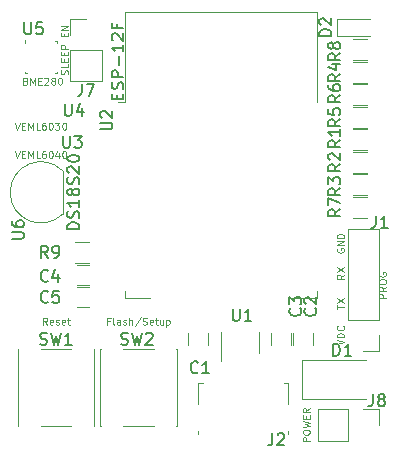
<source format=gbr>
G04 #@! TF.GenerationSoftware,KiCad,Pcbnew,(5.1.0)-1*
G04 #@! TF.CreationDate,2019-04-05T20:07:07+02:00*
G04 #@! TF.ProjectId,WiFi Environment Sensor Node,57694669-2045-46e7-9669-726f6e6d656e,rev?*
G04 #@! TF.SameCoordinates,Original*
G04 #@! TF.FileFunction,Legend,Top*
G04 #@! TF.FilePolarity,Positive*
%FSLAX46Y46*%
G04 Gerber Fmt 4.6, Leading zero omitted, Abs format (unit mm)*
G04 Created by KiCad (PCBNEW (5.1.0)-1) date 2019-04-05 20:07:07*
%MOMM*%
%LPD*%
G04 APERTURE LIST*
%ADD10C,0.100000*%
%ADD11C,0.120000*%
%ADD12C,0.150000*%
G04 APERTURE END LIST*
D10*
X140670000Y-100025142D02*
X140641428Y-100082285D01*
X140641428Y-100168000D01*
X140670000Y-100253714D01*
X140727142Y-100310857D01*
X140784285Y-100339428D01*
X140898571Y-100368000D01*
X140984285Y-100368000D01*
X141098571Y-100339428D01*
X141155714Y-100310857D01*
X141212857Y-100253714D01*
X141241428Y-100168000D01*
X141241428Y-100110857D01*
X141212857Y-100025142D01*
X141184285Y-99996571D01*
X140984285Y-99996571D01*
X140984285Y-100110857D01*
X141241428Y-99739428D02*
X140641428Y-99739428D01*
X141241428Y-99396571D01*
X140641428Y-99396571D01*
X141241428Y-99110857D02*
X140641428Y-99110857D01*
X140641428Y-98968000D01*
X140670000Y-98882285D01*
X140727142Y-98825142D01*
X140784285Y-98796571D01*
X140898571Y-98768000D01*
X140984285Y-98768000D01*
X141098571Y-98796571D01*
X141155714Y-98825142D01*
X141212857Y-98882285D01*
X141241428Y-98968000D01*
X141241428Y-99110857D01*
X140641428Y-108115000D02*
X141241428Y-107915000D01*
X140641428Y-107715000D01*
X141241428Y-107515000D02*
X140641428Y-107515000D01*
X140641428Y-107372142D01*
X140670000Y-107286428D01*
X140727142Y-107229285D01*
X140784285Y-107200714D01*
X140898571Y-107172142D01*
X140984285Y-107172142D01*
X141098571Y-107200714D01*
X141155714Y-107229285D01*
X141212857Y-107286428D01*
X141241428Y-107372142D01*
X141241428Y-107515000D01*
X141184285Y-106572142D02*
X141212857Y-106600714D01*
X141241428Y-106686428D01*
X141241428Y-106743571D01*
X141212857Y-106829285D01*
X141155714Y-106886428D01*
X141098571Y-106915000D01*
X140984285Y-106943571D01*
X140898571Y-106943571D01*
X140784285Y-106915000D01*
X140727142Y-106886428D01*
X140670000Y-106829285D01*
X140641428Y-106743571D01*
X140641428Y-106686428D01*
X140670000Y-106600714D01*
X140698571Y-106572142D01*
X141241428Y-102208000D02*
X140955714Y-102408000D01*
X141241428Y-102550857D02*
X140641428Y-102550857D01*
X140641428Y-102322285D01*
X140670000Y-102265142D01*
X140698571Y-102236571D01*
X140755714Y-102208000D01*
X140841428Y-102208000D01*
X140898571Y-102236571D01*
X140927142Y-102265142D01*
X140955714Y-102322285D01*
X140955714Y-102550857D01*
X140641428Y-102008000D02*
X141241428Y-101608000D01*
X140641428Y-101608000D02*
X141241428Y-102008000D01*
X140641428Y-105105142D02*
X140641428Y-104762285D01*
X141241428Y-104933714D02*
X140641428Y-104933714D01*
X140641428Y-104619428D02*
X141241428Y-104219428D01*
X140641428Y-104219428D02*
X141241428Y-104619428D01*
D11*
X135040000Y-107180000D02*
X135040000Y-108180000D01*
X136740000Y-108180000D02*
X136740000Y-107180000D01*
D10*
X114220000Y-82620000D02*
X114220000Y-82370000D01*
X116920000Y-82470000D02*
X116920000Y-82620000D01*
X116770000Y-82470000D02*
X116920000Y-82470000D01*
X116920000Y-85170000D02*
X116770000Y-85170000D01*
X116920000Y-85170000D02*
X116920000Y-85020000D01*
X114220000Y-85170000D02*
X114220000Y-85020000D01*
X114220000Y-85180000D02*
X114370000Y-85180000D01*
D11*
X122690000Y-87575000D02*
X122080000Y-87575000D01*
X122690000Y-87575000D02*
X122690000Y-79955000D01*
X122690000Y-104195000D02*
X122690000Y-103575000D01*
X124810000Y-104195000D02*
X122690000Y-104195000D01*
X138930000Y-104195000D02*
X136810000Y-104195000D01*
X138930000Y-103575000D02*
X138930000Y-104195000D01*
X138930000Y-79955000D02*
X138930000Y-87575000D01*
X122690000Y-79955000D02*
X138930000Y-79955000D01*
X118050000Y-85785000D02*
X120710000Y-85785000D01*
X118050000Y-83185000D02*
X118050000Y-85785000D01*
X120710000Y-83185000D02*
X120710000Y-85785000D01*
X118050000Y-83185000D02*
X120710000Y-83185000D01*
X118050000Y-81915000D02*
X118050000Y-80585000D01*
X118050000Y-80585000D02*
X119380000Y-80585000D01*
X128905000Y-115700000D02*
X128905000Y-115440000D01*
X128905000Y-113160000D02*
X128905000Y-111390000D01*
X128905000Y-111390000D02*
X129285000Y-111390000D01*
X136525000Y-111390000D02*
X136525000Y-113160000D01*
X136525000Y-115440000D02*
X136525000Y-115700000D01*
X136525000Y-111390000D02*
X136145000Y-111390000D01*
X130785000Y-107050000D02*
X130785000Y-109500000D01*
X134005000Y-108850000D02*
X134005000Y-107050000D01*
X117408478Y-93411522D02*
G75*
G03X112970000Y-95250000I-1838478J-1838478D01*
G01*
X117408478Y-97088478D02*
G75*
G02X112970000Y-95250000I-1838478J1838478D01*
G01*
X117420000Y-97050000D02*
X117420000Y-93450000D01*
X144205000Y-113605000D02*
X144205000Y-114935000D01*
X142875000Y-113605000D02*
X144205000Y-113605000D01*
X141605000Y-113605000D02*
X141605000Y-116265000D01*
X141605000Y-116265000D02*
X139005000Y-116265000D01*
X141605000Y-113605000D02*
X139005000Y-113605000D01*
X139005000Y-113605000D02*
X139005000Y-116265000D01*
X129755000Y-108180000D02*
X129755000Y-107180000D01*
X128055000Y-107180000D02*
X128055000Y-108180000D01*
X136945000Y-107180000D02*
X136945000Y-108180000D01*
X138645000Y-108180000D02*
X138645000Y-107180000D01*
X119610000Y-101385000D02*
X118610000Y-101385000D01*
X118610000Y-103085000D02*
X119610000Y-103085000D01*
X118610000Y-104990000D02*
X119610000Y-104990000D01*
X119610000Y-103290000D02*
X118610000Y-103290000D01*
X137665000Y-109475000D02*
X143065000Y-109475000D01*
X137665000Y-112775000D02*
X143065000Y-112775000D01*
X137665000Y-109475000D02*
X137665000Y-112775000D01*
X140610000Y-80580000D02*
X143410000Y-80580000D01*
X140610000Y-81980000D02*
X143410000Y-81980000D01*
X140610000Y-80580000D02*
X140610000Y-81980000D01*
X141955000Y-89925000D02*
X143155000Y-89925000D01*
X143155000Y-91685000D02*
X141955000Y-91685000D01*
X141955000Y-91830000D02*
X143155000Y-91830000D01*
X143155000Y-93590000D02*
X141955000Y-93590000D01*
X141955000Y-93735000D02*
X143155000Y-93735000D01*
X143155000Y-95495000D02*
X141955000Y-95495000D01*
X143160000Y-85970000D02*
X141960000Y-85970000D01*
X141960000Y-84210000D02*
X143160000Y-84210000D01*
X141960000Y-88020000D02*
X143160000Y-88020000D01*
X143160000Y-89780000D02*
X141960000Y-89780000D01*
X143160000Y-87875000D02*
X141960000Y-87875000D01*
X141960000Y-86115000D02*
X143160000Y-86115000D01*
X141955000Y-95640000D02*
X143155000Y-95640000D01*
X143155000Y-97400000D02*
X141955000Y-97400000D01*
X143160000Y-84065000D02*
X141960000Y-84065000D01*
X141960000Y-82305000D02*
X143160000Y-82305000D01*
X119660000Y-101210000D02*
X118460000Y-101210000D01*
X118460000Y-99450000D02*
X119660000Y-99450000D01*
X120070000Y-114990000D02*
X120070000Y-108530000D01*
X115540000Y-114990000D02*
X118140000Y-114990000D01*
X113610000Y-114990000D02*
X113610000Y-108530000D01*
X115540000Y-108530000D02*
X118140000Y-108530000D01*
X113640000Y-114990000D02*
X113610000Y-114990000D01*
X120070000Y-114990000D02*
X120040000Y-114990000D01*
X120070000Y-108530000D02*
X120040000Y-108530000D01*
X113610000Y-108530000D02*
X113640000Y-108530000D01*
X127055000Y-114990000D02*
X127025000Y-114990000D01*
X120595000Y-114990000D02*
X120625000Y-114990000D01*
X120595000Y-108530000D02*
X120625000Y-108530000D01*
X127025000Y-108530000D02*
X127055000Y-108530000D01*
X125125000Y-114990000D02*
X122525000Y-114990000D01*
X127055000Y-108530000D02*
X127055000Y-114990000D01*
X125125000Y-108530000D02*
X122525000Y-108530000D01*
X120595000Y-108530000D02*
X120595000Y-114990000D01*
X144205000Y-108645000D02*
X142875000Y-108645000D01*
X144205000Y-107315000D02*
X144205000Y-108645000D01*
X144205000Y-106045000D02*
X141545000Y-106045000D01*
X141545000Y-106045000D02*
X141545000Y-98365000D01*
X144205000Y-106045000D02*
X144205000Y-98365000D01*
X144205000Y-98365000D02*
X141545000Y-98365000D01*
D12*
X137517142Y-105068666D02*
X137564761Y-105116285D01*
X137612380Y-105259142D01*
X137612380Y-105354380D01*
X137564761Y-105497238D01*
X137469523Y-105592476D01*
X137374285Y-105640095D01*
X137183809Y-105687714D01*
X137040952Y-105687714D01*
X136850476Y-105640095D01*
X136755238Y-105592476D01*
X136660000Y-105497238D01*
X136612380Y-105354380D01*
X136612380Y-105259142D01*
X136660000Y-105116285D01*
X136707619Y-105068666D01*
X136612380Y-104735333D02*
X136612380Y-104116285D01*
X136993333Y-104449619D01*
X136993333Y-104306761D01*
X137040952Y-104211523D01*
X137088571Y-104163904D01*
X137183809Y-104116285D01*
X137421904Y-104116285D01*
X137517142Y-104163904D01*
X137564761Y-104211523D01*
X137612380Y-104306761D01*
X137612380Y-104592476D01*
X137564761Y-104687714D01*
X137517142Y-104735333D01*
X114173095Y-80859380D02*
X114173095Y-81668904D01*
X114220714Y-81764142D01*
X114268333Y-81811761D01*
X114363571Y-81859380D01*
X114554047Y-81859380D01*
X114649285Y-81811761D01*
X114696904Y-81764142D01*
X114744523Y-81668904D01*
X114744523Y-80859380D01*
X115696904Y-80859380D02*
X115220714Y-80859380D01*
X115173095Y-81335571D01*
X115220714Y-81287952D01*
X115315952Y-81240333D01*
X115554047Y-81240333D01*
X115649285Y-81287952D01*
X115696904Y-81335571D01*
X115744523Y-81430809D01*
X115744523Y-81668904D01*
X115696904Y-81764142D01*
X115649285Y-81811761D01*
X115554047Y-81859380D01*
X115315952Y-81859380D01*
X115220714Y-81811761D01*
X115173095Y-81764142D01*
D10*
X114268428Y-85809142D02*
X114354142Y-85837714D01*
X114382714Y-85866285D01*
X114411285Y-85923428D01*
X114411285Y-86009142D01*
X114382714Y-86066285D01*
X114354142Y-86094857D01*
X114297000Y-86123428D01*
X114068428Y-86123428D01*
X114068428Y-85523428D01*
X114268428Y-85523428D01*
X114325571Y-85552000D01*
X114354142Y-85580571D01*
X114382714Y-85637714D01*
X114382714Y-85694857D01*
X114354142Y-85752000D01*
X114325571Y-85780571D01*
X114268428Y-85809142D01*
X114068428Y-85809142D01*
X114668428Y-86123428D02*
X114668428Y-85523428D01*
X114868428Y-85952000D01*
X115068428Y-85523428D01*
X115068428Y-86123428D01*
X115354142Y-85809142D02*
X115554142Y-85809142D01*
X115639857Y-86123428D02*
X115354142Y-86123428D01*
X115354142Y-85523428D01*
X115639857Y-85523428D01*
X115868428Y-85580571D02*
X115897000Y-85552000D01*
X115954142Y-85523428D01*
X116097000Y-85523428D01*
X116154142Y-85552000D01*
X116182714Y-85580571D01*
X116211285Y-85637714D01*
X116211285Y-85694857D01*
X116182714Y-85780571D01*
X115839857Y-86123428D01*
X116211285Y-86123428D01*
X116554142Y-85780571D02*
X116497000Y-85752000D01*
X116468428Y-85723428D01*
X116439857Y-85666285D01*
X116439857Y-85637714D01*
X116468428Y-85580571D01*
X116497000Y-85552000D01*
X116554142Y-85523428D01*
X116668428Y-85523428D01*
X116725571Y-85552000D01*
X116754142Y-85580571D01*
X116782714Y-85637714D01*
X116782714Y-85666285D01*
X116754142Y-85723428D01*
X116725571Y-85752000D01*
X116668428Y-85780571D01*
X116554142Y-85780571D01*
X116497000Y-85809142D01*
X116468428Y-85837714D01*
X116439857Y-85894857D01*
X116439857Y-86009142D01*
X116468428Y-86066285D01*
X116497000Y-86094857D01*
X116554142Y-86123428D01*
X116668428Y-86123428D01*
X116725571Y-86094857D01*
X116754142Y-86066285D01*
X116782714Y-86009142D01*
X116782714Y-85894857D01*
X116754142Y-85837714D01*
X116725571Y-85809142D01*
X116668428Y-85780571D01*
X117154142Y-85523428D02*
X117211285Y-85523428D01*
X117268428Y-85552000D01*
X117297000Y-85580571D01*
X117325571Y-85637714D01*
X117354142Y-85752000D01*
X117354142Y-85894857D01*
X117325571Y-86009142D01*
X117297000Y-86066285D01*
X117268428Y-86094857D01*
X117211285Y-86123428D01*
X117154142Y-86123428D01*
X117097000Y-86094857D01*
X117068428Y-86066285D01*
X117039857Y-86009142D01*
X117011285Y-85894857D01*
X117011285Y-85752000D01*
X117039857Y-85637714D01*
X117068428Y-85580571D01*
X117097000Y-85552000D01*
X117154142Y-85523428D01*
D12*
X117448095Y-90467380D02*
X117448095Y-91276904D01*
X117495714Y-91372142D01*
X117543333Y-91419761D01*
X117638571Y-91467380D01*
X117829047Y-91467380D01*
X117924285Y-91419761D01*
X117971904Y-91372142D01*
X118019523Y-91276904D01*
X118019523Y-90467380D01*
X118400476Y-90467380D02*
X119019523Y-90467380D01*
X118686190Y-90848333D01*
X118829047Y-90848333D01*
X118924285Y-90895952D01*
X118971904Y-90943571D01*
X119019523Y-91038809D01*
X119019523Y-91276904D01*
X118971904Y-91372142D01*
X118924285Y-91419761D01*
X118829047Y-91467380D01*
X118543333Y-91467380D01*
X118448095Y-91419761D01*
X118400476Y-91372142D01*
D10*
X113370000Y-91746428D02*
X113570000Y-92346428D01*
X113770000Y-91746428D01*
X113970000Y-92032142D02*
X114170000Y-92032142D01*
X114255714Y-92346428D02*
X113970000Y-92346428D01*
X113970000Y-91746428D01*
X114255714Y-91746428D01*
X114512857Y-92346428D02*
X114512857Y-91746428D01*
X114712857Y-92175000D01*
X114912857Y-91746428D01*
X114912857Y-92346428D01*
X115484285Y-92346428D02*
X115198571Y-92346428D01*
X115198571Y-91746428D01*
X115941428Y-91746428D02*
X115827142Y-91746428D01*
X115770000Y-91775000D01*
X115741428Y-91803571D01*
X115684285Y-91889285D01*
X115655714Y-92003571D01*
X115655714Y-92232142D01*
X115684285Y-92289285D01*
X115712857Y-92317857D01*
X115770000Y-92346428D01*
X115884285Y-92346428D01*
X115941428Y-92317857D01*
X115970000Y-92289285D01*
X115998571Y-92232142D01*
X115998571Y-92089285D01*
X115970000Y-92032142D01*
X115941428Y-92003571D01*
X115884285Y-91975000D01*
X115770000Y-91975000D01*
X115712857Y-92003571D01*
X115684285Y-92032142D01*
X115655714Y-92089285D01*
X116370000Y-91746428D02*
X116427142Y-91746428D01*
X116484285Y-91775000D01*
X116512857Y-91803571D01*
X116541428Y-91860714D01*
X116570000Y-91975000D01*
X116570000Y-92117857D01*
X116541428Y-92232142D01*
X116512857Y-92289285D01*
X116484285Y-92317857D01*
X116427142Y-92346428D01*
X116370000Y-92346428D01*
X116312857Y-92317857D01*
X116284285Y-92289285D01*
X116255714Y-92232142D01*
X116227142Y-92117857D01*
X116227142Y-91975000D01*
X116255714Y-91860714D01*
X116284285Y-91803571D01*
X116312857Y-91775000D01*
X116370000Y-91746428D01*
X117084285Y-91946428D02*
X117084285Y-92346428D01*
X116941428Y-91717857D02*
X116798571Y-92146428D01*
X117170000Y-92146428D01*
X117512857Y-91746428D02*
X117570000Y-91746428D01*
X117627142Y-91775000D01*
X117655714Y-91803571D01*
X117684285Y-91860714D01*
X117712857Y-91975000D01*
X117712857Y-92117857D01*
X117684285Y-92232142D01*
X117655714Y-92289285D01*
X117627142Y-92317857D01*
X117570000Y-92346428D01*
X117512857Y-92346428D01*
X117455714Y-92317857D01*
X117427142Y-92289285D01*
X117398571Y-92232142D01*
X117370000Y-92117857D01*
X117370000Y-91975000D01*
X117398571Y-91860714D01*
X117427142Y-91803571D01*
X117455714Y-91775000D01*
X117512857Y-91746428D01*
D12*
X117602095Y-87752380D02*
X117602095Y-88561904D01*
X117649714Y-88657142D01*
X117697333Y-88704761D01*
X117792571Y-88752380D01*
X117983047Y-88752380D01*
X118078285Y-88704761D01*
X118125904Y-88657142D01*
X118173523Y-88561904D01*
X118173523Y-87752380D01*
X119078285Y-88085714D02*
X119078285Y-88752380D01*
X118840190Y-87704761D02*
X118602095Y-88419047D01*
X119221142Y-88419047D01*
D10*
X113370000Y-89333428D02*
X113570000Y-89933428D01*
X113770000Y-89333428D01*
X113970000Y-89619142D02*
X114170000Y-89619142D01*
X114255714Y-89933428D02*
X113970000Y-89933428D01*
X113970000Y-89333428D01*
X114255714Y-89333428D01*
X114512857Y-89933428D02*
X114512857Y-89333428D01*
X114712857Y-89762000D01*
X114912857Y-89333428D01*
X114912857Y-89933428D01*
X115484285Y-89933428D02*
X115198571Y-89933428D01*
X115198571Y-89333428D01*
X115941428Y-89333428D02*
X115827142Y-89333428D01*
X115770000Y-89362000D01*
X115741428Y-89390571D01*
X115684285Y-89476285D01*
X115655714Y-89590571D01*
X115655714Y-89819142D01*
X115684285Y-89876285D01*
X115712857Y-89904857D01*
X115770000Y-89933428D01*
X115884285Y-89933428D01*
X115941428Y-89904857D01*
X115970000Y-89876285D01*
X115998571Y-89819142D01*
X115998571Y-89676285D01*
X115970000Y-89619142D01*
X115941428Y-89590571D01*
X115884285Y-89562000D01*
X115770000Y-89562000D01*
X115712857Y-89590571D01*
X115684285Y-89619142D01*
X115655714Y-89676285D01*
X116370000Y-89333428D02*
X116427142Y-89333428D01*
X116484285Y-89362000D01*
X116512857Y-89390571D01*
X116541428Y-89447714D01*
X116570000Y-89562000D01*
X116570000Y-89704857D01*
X116541428Y-89819142D01*
X116512857Y-89876285D01*
X116484285Y-89904857D01*
X116427142Y-89933428D01*
X116370000Y-89933428D01*
X116312857Y-89904857D01*
X116284285Y-89876285D01*
X116255714Y-89819142D01*
X116227142Y-89704857D01*
X116227142Y-89562000D01*
X116255714Y-89447714D01*
X116284285Y-89390571D01*
X116312857Y-89362000D01*
X116370000Y-89333428D01*
X116770000Y-89333428D02*
X117141428Y-89333428D01*
X116941428Y-89562000D01*
X117027142Y-89562000D01*
X117084285Y-89590571D01*
X117112857Y-89619142D01*
X117141428Y-89676285D01*
X117141428Y-89819142D01*
X117112857Y-89876285D01*
X117084285Y-89904857D01*
X117027142Y-89933428D01*
X116855714Y-89933428D01*
X116798571Y-89904857D01*
X116770000Y-89876285D01*
X117512857Y-89333428D02*
X117570000Y-89333428D01*
X117627142Y-89362000D01*
X117655714Y-89390571D01*
X117684285Y-89447714D01*
X117712857Y-89562000D01*
X117712857Y-89704857D01*
X117684285Y-89819142D01*
X117655714Y-89876285D01*
X117627142Y-89904857D01*
X117570000Y-89933428D01*
X117512857Y-89933428D01*
X117455714Y-89904857D01*
X117427142Y-89876285D01*
X117398571Y-89819142D01*
X117370000Y-89704857D01*
X117370000Y-89562000D01*
X117398571Y-89447714D01*
X117427142Y-89390571D01*
X117455714Y-89362000D01*
X117512857Y-89333428D01*
D12*
X120610380Y-89915904D02*
X121419904Y-89915904D01*
X121515142Y-89868285D01*
X121562761Y-89820666D01*
X121610380Y-89725428D01*
X121610380Y-89534952D01*
X121562761Y-89439714D01*
X121515142Y-89392095D01*
X121419904Y-89344476D01*
X120610380Y-89344476D01*
X120705619Y-88915904D02*
X120658000Y-88868285D01*
X120610380Y-88773047D01*
X120610380Y-88534952D01*
X120658000Y-88439714D01*
X120705619Y-88392095D01*
X120800857Y-88344476D01*
X120896095Y-88344476D01*
X121038952Y-88392095D01*
X121610380Y-88963523D01*
X121610380Y-88344476D01*
X122023571Y-87355476D02*
X122023571Y-87022142D01*
X122547380Y-86879285D02*
X122547380Y-87355476D01*
X121547380Y-87355476D01*
X121547380Y-86879285D01*
X122499761Y-86498333D02*
X122547380Y-86355476D01*
X122547380Y-86117380D01*
X122499761Y-86022142D01*
X122452142Y-85974523D01*
X122356904Y-85926904D01*
X122261666Y-85926904D01*
X122166428Y-85974523D01*
X122118809Y-86022142D01*
X122071190Y-86117380D01*
X122023571Y-86307857D01*
X121975952Y-86403095D01*
X121928333Y-86450714D01*
X121833095Y-86498333D01*
X121737857Y-86498333D01*
X121642619Y-86450714D01*
X121595000Y-86403095D01*
X121547380Y-86307857D01*
X121547380Y-86069761D01*
X121595000Y-85926904D01*
X122547380Y-85498333D02*
X121547380Y-85498333D01*
X121547380Y-85117380D01*
X121595000Y-85022142D01*
X121642619Y-84974523D01*
X121737857Y-84926904D01*
X121880714Y-84926904D01*
X121975952Y-84974523D01*
X122023571Y-85022142D01*
X122071190Y-85117380D01*
X122071190Y-85498333D01*
X122166428Y-84498333D02*
X122166428Y-83736428D01*
X122547380Y-82736428D02*
X122547380Y-83307857D01*
X122547380Y-83022142D02*
X121547380Y-83022142D01*
X121690238Y-83117380D01*
X121785476Y-83212619D01*
X121833095Y-83307857D01*
X121642619Y-82355476D02*
X121595000Y-82307857D01*
X121547380Y-82212619D01*
X121547380Y-81974523D01*
X121595000Y-81879285D01*
X121642619Y-81831666D01*
X121737857Y-81784047D01*
X121833095Y-81784047D01*
X121975952Y-81831666D01*
X122547380Y-82403095D01*
X122547380Y-81784047D01*
X122023571Y-81022142D02*
X122023571Y-81355476D01*
X122547380Y-81355476D02*
X121547380Y-81355476D01*
X121547380Y-80879285D01*
X119051666Y-86067380D02*
X119051666Y-86781666D01*
X119004047Y-86924523D01*
X118908809Y-87019761D01*
X118765952Y-87067380D01*
X118670714Y-87067380D01*
X119432619Y-86067380D02*
X120099285Y-86067380D01*
X119670714Y-87067380D01*
D10*
X117844857Y-85256428D02*
X117873428Y-85170714D01*
X117873428Y-85027857D01*
X117844857Y-84970714D01*
X117816285Y-84942142D01*
X117759142Y-84913571D01*
X117702000Y-84913571D01*
X117644857Y-84942142D01*
X117616285Y-84970714D01*
X117587714Y-85027857D01*
X117559142Y-85142142D01*
X117530571Y-85199285D01*
X117502000Y-85227857D01*
X117444857Y-85256428D01*
X117387714Y-85256428D01*
X117330571Y-85227857D01*
X117302000Y-85199285D01*
X117273428Y-85142142D01*
X117273428Y-84999285D01*
X117302000Y-84913571D01*
X117873428Y-84370714D02*
X117873428Y-84656428D01*
X117273428Y-84656428D01*
X117559142Y-84170714D02*
X117559142Y-83970714D01*
X117873428Y-83885000D02*
X117873428Y-84170714D01*
X117273428Y-84170714D01*
X117273428Y-83885000D01*
X117559142Y-83627857D02*
X117559142Y-83427857D01*
X117873428Y-83342142D02*
X117873428Y-83627857D01*
X117273428Y-83627857D01*
X117273428Y-83342142D01*
X117873428Y-83085000D02*
X117273428Y-83085000D01*
X117273428Y-82856428D01*
X117302000Y-82799285D01*
X117330571Y-82770714D01*
X117387714Y-82742142D01*
X117473428Y-82742142D01*
X117530571Y-82770714D01*
X117559142Y-82799285D01*
X117587714Y-82856428D01*
X117587714Y-83085000D01*
X117559142Y-82027857D02*
X117559142Y-81827857D01*
X117873428Y-81742142D02*
X117873428Y-82027857D01*
X117273428Y-82027857D01*
X117273428Y-81742142D01*
X117873428Y-81485000D02*
X117273428Y-81485000D01*
X117873428Y-81142142D01*
X117273428Y-81142142D01*
D12*
X135175666Y-115657380D02*
X135175666Y-116371666D01*
X135128047Y-116514523D01*
X135032809Y-116609761D01*
X134889952Y-116657380D01*
X134794714Y-116657380D01*
X135604238Y-115752619D02*
X135651857Y-115705000D01*
X135747095Y-115657380D01*
X135985190Y-115657380D01*
X136080428Y-115705000D01*
X136128047Y-115752619D01*
X136175666Y-115847857D01*
X136175666Y-115943095D01*
X136128047Y-116085952D01*
X135556619Y-116657380D01*
X136175666Y-116657380D01*
X131826095Y-105116380D02*
X131826095Y-105925904D01*
X131873714Y-106021142D01*
X131921333Y-106068761D01*
X132016571Y-106116380D01*
X132207047Y-106116380D01*
X132302285Y-106068761D01*
X132349904Y-106021142D01*
X132397523Y-105925904D01*
X132397523Y-105116380D01*
X133397523Y-106116380D02*
X132826095Y-106116380D01*
X133111809Y-106116380D02*
X133111809Y-105116380D01*
X133016571Y-105259238D01*
X132921333Y-105354476D01*
X132826095Y-105402095D01*
X113117380Y-99186904D02*
X113926904Y-99186904D01*
X114022142Y-99139285D01*
X114069761Y-99091666D01*
X114117380Y-98996428D01*
X114117380Y-98805952D01*
X114069761Y-98710714D01*
X114022142Y-98663095D01*
X113926904Y-98615476D01*
X113117380Y-98615476D01*
X113117380Y-97710714D02*
X113117380Y-97901190D01*
X113165000Y-97996428D01*
X113212619Y-98044047D01*
X113355476Y-98139285D01*
X113545952Y-98186904D01*
X113926904Y-98186904D01*
X114022142Y-98139285D01*
X114069761Y-98091666D01*
X114117380Y-97996428D01*
X114117380Y-97805952D01*
X114069761Y-97710714D01*
X114022142Y-97663095D01*
X113926904Y-97615476D01*
X113688809Y-97615476D01*
X113593571Y-97663095D01*
X113545952Y-97710714D01*
X113498333Y-97805952D01*
X113498333Y-97996428D01*
X113545952Y-98091666D01*
X113593571Y-98139285D01*
X113688809Y-98186904D01*
X118812380Y-98369047D02*
X117812380Y-98369047D01*
X117812380Y-98130952D01*
X117860000Y-97988095D01*
X117955238Y-97892857D01*
X118050476Y-97845238D01*
X118240952Y-97797619D01*
X118383809Y-97797619D01*
X118574285Y-97845238D01*
X118669523Y-97892857D01*
X118764761Y-97988095D01*
X118812380Y-98130952D01*
X118812380Y-98369047D01*
X118764761Y-97416666D02*
X118812380Y-97273809D01*
X118812380Y-97035714D01*
X118764761Y-96940476D01*
X118717142Y-96892857D01*
X118621904Y-96845238D01*
X118526666Y-96845238D01*
X118431428Y-96892857D01*
X118383809Y-96940476D01*
X118336190Y-97035714D01*
X118288571Y-97226190D01*
X118240952Y-97321428D01*
X118193333Y-97369047D01*
X118098095Y-97416666D01*
X118002857Y-97416666D01*
X117907619Y-97369047D01*
X117860000Y-97321428D01*
X117812380Y-97226190D01*
X117812380Y-96988095D01*
X117860000Y-96845238D01*
X118812380Y-95892857D02*
X118812380Y-96464285D01*
X118812380Y-96178571D02*
X117812380Y-96178571D01*
X117955238Y-96273809D01*
X118050476Y-96369047D01*
X118098095Y-96464285D01*
X118240952Y-95321428D02*
X118193333Y-95416666D01*
X118145714Y-95464285D01*
X118050476Y-95511904D01*
X118002857Y-95511904D01*
X117907619Y-95464285D01*
X117860000Y-95416666D01*
X117812380Y-95321428D01*
X117812380Y-95130952D01*
X117860000Y-95035714D01*
X117907619Y-94988095D01*
X118002857Y-94940476D01*
X118050476Y-94940476D01*
X118145714Y-94988095D01*
X118193333Y-95035714D01*
X118240952Y-95130952D01*
X118240952Y-95321428D01*
X118288571Y-95416666D01*
X118336190Y-95464285D01*
X118431428Y-95511904D01*
X118621904Y-95511904D01*
X118717142Y-95464285D01*
X118764761Y-95416666D01*
X118812380Y-95321428D01*
X118812380Y-95130952D01*
X118764761Y-95035714D01*
X118717142Y-94988095D01*
X118621904Y-94940476D01*
X118431428Y-94940476D01*
X118336190Y-94988095D01*
X118288571Y-95035714D01*
X118240952Y-95130952D01*
X118764761Y-94559523D02*
X118812380Y-94416666D01*
X118812380Y-94178571D01*
X118764761Y-94083333D01*
X118717142Y-94035714D01*
X118621904Y-93988095D01*
X118526666Y-93988095D01*
X118431428Y-94035714D01*
X118383809Y-94083333D01*
X118336190Y-94178571D01*
X118288571Y-94369047D01*
X118240952Y-94464285D01*
X118193333Y-94511904D01*
X118098095Y-94559523D01*
X118002857Y-94559523D01*
X117907619Y-94511904D01*
X117860000Y-94464285D01*
X117812380Y-94369047D01*
X117812380Y-94130952D01*
X117860000Y-93988095D01*
X117907619Y-93607142D02*
X117860000Y-93559523D01*
X117812380Y-93464285D01*
X117812380Y-93226190D01*
X117860000Y-93130952D01*
X117907619Y-93083333D01*
X118002857Y-93035714D01*
X118098095Y-93035714D01*
X118240952Y-93083333D01*
X118812380Y-93654761D01*
X118812380Y-93035714D01*
X117812380Y-92416666D02*
X117812380Y-92321428D01*
X117860000Y-92226190D01*
X117907619Y-92178571D01*
X118002857Y-92130952D01*
X118193333Y-92083333D01*
X118431428Y-92083333D01*
X118621904Y-92130952D01*
X118717142Y-92178571D01*
X118764761Y-92226190D01*
X118812380Y-92321428D01*
X118812380Y-92416666D01*
X118764761Y-92511904D01*
X118717142Y-92559523D01*
X118621904Y-92607142D01*
X118431428Y-92654761D01*
X118193333Y-92654761D01*
X118002857Y-92607142D01*
X117907619Y-92559523D01*
X117860000Y-92511904D01*
X117812380Y-92416666D01*
X143684666Y-112355380D02*
X143684666Y-113069666D01*
X143637047Y-113212523D01*
X143541809Y-113307761D01*
X143398952Y-113355380D01*
X143303714Y-113355380D01*
X144303714Y-112783952D02*
X144208476Y-112736333D01*
X144160857Y-112688714D01*
X144113238Y-112593476D01*
X144113238Y-112545857D01*
X144160857Y-112450619D01*
X144208476Y-112403000D01*
X144303714Y-112355380D01*
X144494190Y-112355380D01*
X144589428Y-112403000D01*
X144637047Y-112450619D01*
X144684666Y-112545857D01*
X144684666Y-112593476D01*
X144637047Y-112688714D01*
X144589428Y-112736333D01*
X144494190Y-112783952D01*
X144303714Y-112783952D01*
X144208476Y-112831571D01*
X144160857Y-112879190D01*
X144113238Y-112974428D01*
X144113238Y-113164904D01*
X144160857Y-113260142D01*
X144208476Y-113307761D01*
X144303714Y-113355380D01*
X144494190Y-113355380D01*
X144589428Y-113307761D01*
X144637047Y-113260142D01*
X144684666Y-113164904D01*
X144684666Y-112974428D01*
X144637047Y-112879190D01*
X144589428Y-112831571D01*
X144494190Y-112783952D01*
D10*
X138320428Y-116320714D02*
X137720428Y-116320714D01*
X137720428Y-116092142D01*
X137749000Y-116035000D01*
X137777571Y-116006428D01*
X137834714Y-115977857D01*
X137920428Y-115977857D01*
X137977571Y-116006428D01*
X138006142Y-116035000D01*
X138034714Y-116092142D01*
X138034714Y-116320714D01*
X137720428Y-115606428D02*
X137720428Y-115492142D01*
X137749000Y-115435000D01*
X137806142Y-115377857D01*
X137920428Y-115349285D01*
X138120428Y-115349285D01*
X138234714Y-115377857D01*
X138291857Y-115435000D01*
X138320428Y-115492142D01*
X138320428Y-115606428D01*
X138291857Y-115663571D01*
X138234714Y-115720714D01*
X138120428Y-115749285D01*
X137920428Y-115749285D01*
X137806142Y-115720714D01*
X137749000Y-115663571D01*
X137720428Y-115606428D01*
X137720428Y-115149285D02*
X138320428Y-115006428D01*
X137891857Y-114892142D01*
X138320428Y-114777857D01*
X137720428Y-114635000D01*
X138006142Y-114406428D02*
X138006142Y-114206428D01*
X138320428Y-114120714D02*
X138320428Y-114406428D01*
X137720428Y-114406428D01*
X137720428Y-114120714D01*
X138320428Y-113520714D02*
X138034714Y-113720714D01*
X138320428Y-113863571D02*
X137720428Y-113863571D01*
X137720428Y-113635000D01*
X137749000Y-113577857D01*
X137777571Y-113549285D01*
X137834714Y-113520714D01*
X137920428Y-113520714D01*
X137977571Y-113549285D01*
X138006142Y-113577857D01*
X138034714Y-113635000D01*
X138034714Y-113863571D01*
D12*
X128865333Y-110466142D02*
X128817714Y-110513761D01*
X128674857Y-110561380D01*
X128579619Y-110561380D01*
X128436761Y-110513761D01*
X128341523Y-110418523D01*
X128293904Y-110323285D01*
X128246285Y-110132809D01*
X128246285Y-109989952D01*
X128293904Y-109799476D01*
X128341523Y-109704238D01*
X128436761Y-109609000D01*
X128579619Y-109561380D01*
X128674857Y-109561380D01*
X128817714Y-109609000D01*
X128865333Y-109656619D01*
X129817714Y-110561380D02*
X129246285Y-110561380D01*
X129532000Y-110561380D02*
X129532000Y-109561380D01*
X129436761Y-109704238D01*
X129341523Y-109799476D01*
X129246285Y-109847095D01*
X138787142Y-105068666D02*
X138834761Y-105116285D01*
X138882380Y-105259142D01*
X138882380Y-105354380D01*
X138834761Y-105497238D01*
X138739523Y-105592476D01*
X138644285Y-105640095D01*
X138453809Y-105687714D01*
X138310952Y-105687714D01*
X138120476Y-105640095D01*
X138025238Y-105592476D01*
X137930000Y-105497238D01*
X137882380Y-105354380D01*
X137882380Y-105259142D01*
X137930000Y-105116285D01*
X137977619Y-105068666D01*
X137977619Y-104687714D02*
X137930000Y-104640095D01*
X137882380Y-104544857D01*
X137882380Y-104306761D01*
X137930000Y-104211523D01*
X137977619Y-104163904D01*
X138072857Y-104116285D01*
X138168095Y-104116285D01*
X138310952Y-104163904D01*
X138882380Y-104735333D01*
X138882380Y-104116285D01*
X116165333Y-102719142D02*
X116117714Y-102766761D01*
X115974857Y-102814380D01*
X115879619Y-102814380D01*
X115736761Y-102766761D01*
X115641523Y-102671523D01*
X115593904Y-102576285D01*
X115546285Y-102385809D01*
X115546285Y-102242952D01*
X115593904Y-102052476D01*
X115641523Y-101957238D01*
X115736761Y-101862000D01*
X115879619Y-101814380D01*
X115974857Y-101814380D01*
X116117714Y-101862000D01*
X116165333Y-101909619D01*
X117022476Y-102147714D02*
X117022476Y-102814380D01*
X116784380Y-101766761D02*
X116546285Y-102481047D01*
X117165333Y-102481047D01*
X116165333Y-104497142D02*
X116117714Y-104544761D01*
X115974857Y-104592380D01*
X115879619Y-104592380D01*
X115736761Y-104544761D01*
X115641523Y-104449523D01*
X115593904Y-104354285D01*
X115546285Y-104163809D01*
X115546285Y-104020952D01*
X115593904Y-103830476D01*
X115641523Y-103735238D01*
X115736761Y-103640000D01*
X115879619Y-103592380D01*
X115974857Y-103592380D01*
X116117714Y-103640000D01*
X116165333Y-103687619D01*
X117070095Y-103592380D02*
X116593904Y-103592380D01*
X116546285Y-104068571D01*
X116593904Y-104020952D01*
X116689142Y-103973333D01*
X116927238Y-103973333D01*
X117022476Y-104020952D01*
X117070095Y-104068571D01*
X117117714Y-104163809D01*
X117117714Y-104401904D01*
X117070095Y-104497142D01*
X117022476Y-104544761D01*
X116927238Y-104592380D01*
X116689142Y-104592380D01*
X116593904Y-104544761D01*
X116546285Y-104497142D01*
X140326904Y-109077380D02*
X140326904Y-108077380D01*
X140565000Y-108077380D01*
X140707857Y-108125000D01*
X140803095Y-108220238D01*
X140850714Y-108315476D01*
X140898333Y-108505952D01*
X140898333Y-108648809D01*
X140850714Y-108839285D01*
X140803095Y-108934523D01*
X140707857Y-109029761D01*
X140565000Y-109077380D01*
X140326904Y-109077380D01*
X141850714Y-109077380D02*
X141279285Y-109077380D01*
X141565000Y-109077380D02*
X141565000Y-108077380D01*
X141469761Y-108220238D01*
X141374523Y-108315476D01*
X141279285Y-108363095D01*
X140152380Y-82018095D02*
X139152380Y-82018095D01*
X139152380Y-81780000D01*
X139200000Y-81637142D01*
X139295238Y-81541904D01*
X139390476Y-81494285D01*
X139580952Y-81446666D01*
X139723809Y-81446666D01*
X139914285Y-81494285D01*
X140009523Y-81541904D01*
X140104761Y-81637142D01*
X140152380Y-81780000D01*
X140152380Y-82018095D01*
X139247619Y-81065714D02*
X139200000Y-81018095D01*
X139152380Y-80922857D01*
X139152380Y-80684761D01*
X139200000Y-80589523D01*
X139247619Y-80541904D01*
X139342857Y-80494285D01*
X139438095Y-80494285D01*
X139580952Y-80541904D01*
X140152380Y-81113333D01*
X140152380Y-80494285D01*
X140914380Y-90844666D02*
X140438190Y-91178000D01*
X140914380Y-91416095D02*
X139914380Y-91416095D01*
X139914380Y-91035142D01*
X139962000Y-90939904D01*
X140009619Y-90892285D01*
X140104857Y-90844666D01*
X140247714Y-90844666D01*
X140342952Y-90892285D01*
X140390571Y-90939904D01*
X140438190Y-91035142D01*
X140438190Y-91416095D01*
X140914380Y-89892285D02*
X140914380Y-90463714D01*
X140914380Y-90178000D02*
X139914380Y-90178000D01*
X140057238Y-90273238D01*
X140152476Y-90368476D01*
X140200095Y-90463714D01*
X140914380Y-92876666D02*
X140438190Y-93210000D01*
X140914380Y-93448095D02*
X139914380Y-93448095D01*
X139914380Y-93067142D01*
X139962000Y-92971904D01*
X140009619Y-92924285D01*
X140104857Y-92876666D01*
X140247714Y-92876666D01*
X140342952Y-92924285D01*
X140390571Y-92971904D01*
X140438190Y-93067142D01*
X140438190Y-93448095D01*
X140009619Y-92495714D02*
X139962000Y-92448095D01*
X139914380Y-92352857D01*
X139914380Y-92114761D01*
X139962000Y-92019523D01*
X140009619Y-91971904D01*
X140104857Y-91924285D01*
X140200095Y-91924285D01*
X140342952Y-91971904D01*
X140914380Y-92543333D01*
X140914380Y-91924285D01*
X140914380Y-94908666D02*
X140438190Y-95242000D01*
X140914380Y-95480095D02*
X139914380Y-95480095D01*
X139914380Y-95099142D01*
X139962000Y-95003904D01*
X140009619Y-94956285D01*
X140104857Y-94908666D01*
X140247714Y-94908666D01*
X140342952Y-94956285D01*
X140390571Y-95003904D01*
X140438190Y-95099142D01*
X140438190Y-95480095D01*
X139914380Y-94575333D02*
X139914380Y-93956285D01*
X140295333Y-94289619D01*
X140295333Y-94146761D01*
X140342952Y-94051523D01*
X140390571Y-94003904D01*
X140485809Y-93956285D01*
X140723904Y-93956285D01*
X140819142Y-94003904D01*
X140866761Y-94051523D01*
X140914380Y-94146761D01*
X140914380Y-94432476D01*
X140866761Y-94527714D01*
X140819142Y-94575333D01*
X140914380Y-85256666D02*
X140438190Y-85590000D01*
X140914380Y-85828095D02*
X139914380Y-85828095D01*
X139914380Y-85447142D01*
X139962000Y-85351904D01*
X140009619Y-85304285D01*
X140104857Y-85256666D01*
X140247714Y-85256666D01*
X140342952Y-85304285D01*
X140390571Y-85351904D01*
X140438190Y-85447142D01*
X140438190Y-85828095D01*
X140247714Y-84399523D02*
X140914380Y-84399523D01*
X139866761Y-84637619D02*
X140581047Y-84875714D01*
X140581047Y-84256666D01*
X140914380Y-89066666D02*
X140438190Y-89400000D01*
X140914380Y-89638095D02*
X139914380Y-89638095D01*
X139914380Y-89257142D01*
X139962000Y-89161904D01*
X140009619Y-89114285D01*
X140104857Y-89066666D01*
X140247714Y-89066666D01*
X140342952Y-89114285D01*
X140390571Y-89161904D01*
X140438190Y-89257142D01*
X140438190Y-89638095D01*
X139914380Y-88161904D02*
X139914380Y-88638095D01*
X140390571Y-88685714D01*
X140342952Y-88638095D01*
X140295333Y-88542857D01*
X140295333Y-88304761D01*
X140342952Y-88209523D01*
X140390571Y-88161904D01*
X140485809Y-88114285D01*
X140723904Y-88114285D01*
X140819142Y-88161904D01*
X140866761Y-88209523D01*
X140914380Y-88304761D01*
X140914380Y-88542857D01*
X140866761Y-88638095D01*
X140819142Y-88685714D01*
X140914380Y-87034666D02*
X140438190Y-87368000D01*
X140914380Y-87606095D02*
X139914380Y-87606095D01*
X139914380Y-87225142D01*
X139962000Y-87129904D01*
X140009619Y-87082285D01*
X140104857Y-87034666D01*
X140247714Y-87034666D01*
X140342952Y-87082285D01*
X140390571Y-87129904D01*
X140438190Y-87225142D01*
X140438190Y-87606095D01*
X139914380Y-86177523D02*
X139914380Y-86368000D01*
X139962000Y-86463238D01*
X140009619Y-86510857D01*
X140152476Y-86606095D01*
X140342952Y-86653714D01*
X140723904Y-86653714D01*
X140819142Y-86606095D01*
X140866761Y-86558476D01*
X140914380Y-86463238D01*
X140914380Y-86272761D01*
X140866761Y-86177523D01*
X140819142Y-86129904D01*
X140723904Y-86082285D01*
X140485809Y-86082285D01*
X140390571Y-86129904D01*
X140342952Y-86177523D01*
X140295333Y-86272761D01*
X140295333Y-86463238D01*
X140342952Y-86558476D01*
X140390571Y-86606095D01*
X140485809Y-86653714D01*
X140914380Y-96686666D02*
X140438190Y-97020000D01*
X140914380Y-97258095D02*
X139914380Y-97258095D01*
X139914380Y-96877142D01*
X139962000Y-96781904D01*
X140009619Y-96734285D01*
X140104857Y-96686666D01*
X140247714Y-96686666D01*
X140342952Y-96734285D01*
X140390571Y-96781904D01*
X140438190Y-96877142D01*
X140438190Y-97258095D01*
X139914380Y-96353333D02*
X139914380Y-95686666D01*
X140914380Y-96115238D01*
X140914380Y-83478666D02*
X140438190Y-83812000D01*
X140914380Y-84050095D02*
X139914380Y-84050095D01*
X139914380Y-83669142D01*
X139962000Y-83573904D01*
X140009619Y-83526285D01*
X140104857Y-83478666D01*
X140247714Y-83478666D01*
X140342952Y-83526285D01*
X140390571Y-83573904D01*
X140438190Y-83669142D01*
X140438190Y-84050095D01*
X140342952Y-82907238D02*
X140295333Y-83002476D01*
X140247714Y-83050095D01*
X140152476Y-83097714D01*
X140104857Y-83097714D01*
X140009619Y-83050095D01*
X139962000Y-83002476D01*
X139914380Y-82907238D01*
X139914380Y-82716761D01*
X139962000Y-82621523D01*
X140009619Y-82573904D01*
X140104857Y-82526285D01*
X140152476Y-82526285D01*
X140247714Y-82573904D01*
X140295333Y-82621523D01*
X140342952Y-82716761D01*
X140342952Y-82907238D01*
X140390571Y-83002476D01*
X140438190Y-83050095D01*
X140533428Y-83097714D01*
X140723904Y-83097714D01*
X140819142Y-83050095D01*
X140866761Y-83002476D01*
X140914380Y-82907238D01*
X140914380Y-82716761D01*
X140866761Y-82621523D01*
X140819142Y-82573904D01*
X140723904Y-82526285D01*
X140533428Y-82526285D01*
X140438190Y-82573904D01*
X140390571Y-82621523D01*
X140342952Y-82716761D01*
X116165333Y-100782380D02*
X115832000Y-100306190D01*
X115593904Y-100782380D02*
X115593904Y-99782380D01*
X115974857Y-99782380D01*
X116070095Y-99830000D01*
X116117714Y-99877619D01*
X116165333Y-99972857D01*
X116165333Y-100115714D01*
X116117714Y-100210952D01*
X116070095Y-100258571D01*
X115974857Y-100306190D01*
X115593904Y-100306190D01*
X116641523Y-100782380D02*
X116832000Y-100782380D01*
X116927238Y-100734761D01*
X116974857Y-100687142D01*
X117070095Y-100544285D01*
X117117714Y-100353809D01*
X117117714Y-99972857D01*
X117070095Y-99877619D01*
X117022476Y-99830000D01*
X116927238Y-99782380D01*
X116736761Y-99782380D01*
X116641523Y-99830000D01*
X116593904Y-99877619D01*
X116546285Y-99972857D01*
X116546285Y-100210952D01*
X116593904Y-100306190D01*
X116641523Y-100353809D01*
X116736761Y-100401428D01*
X116927238Y-100401428D01*
X117022476Y-100353809D01*
X117070095Y-100306190D01*
X117117714Y-100210952D01*
X115506666Y-108100761D02*
X115649523Y-108148380D01*
X115887619Y-108148380D01*
X115982857Y-108100761D01*
X116030476Y-108053142D01*
X116078095Y-107957904D01*
X116078095Y-107862666D01*
X116030476Y-107767428D01*
X115982857Y-107719809D01*
X115887619Y-107672190D01*
X115697142Y-107624571D01*
X115601904Y-107576952D01*
X115554285Y-107529333D01*
X115506666Y-107434095D01*
X115506666Y-107338857D01*
X115554285Y-107243619D01*
X115601904Y-107196000D01*
X115697142Y-107148380D01*
X115935238Y-107148380D01*
X116078095Y-107196000D01*
X116411428Y-107148380D02*
X116649523Y-108148380D01*
X116840000Y-107434095D01*
X117030476Y-108148380D01*
X117268571Y-107148380D01*
X118173333Y-108148380D02*
X117601904Y-108148380D01*
X117887619Y-108148380D02*
X117887619Y-107148380D01*
X117792380Y-107291238D01*
X117697142Y-107386476D01*
X117601904Y-107434095D01*
D10*
X116097142Y-106443428D02*
X115897142Y-106157714D01*
X115754285Y-106443428D02*
X115754285Y-105843428D01*
X115982857Y-105843428D01*
X116040000Y-105872000D01*
X116068571Y-105900571D01*
X116097142Y-105957714D01*
X116097142Y-106043428D01*
X116068571Y-106100571D01*
X116040000Y-106129142D01*
X115982857Y-106157714D01*
X115754285Y-106157714D01*
X116582857Y-106414857D02*
X116525714Y-106443428D01*
X116411428Y-106443428D01*
X116354285Y-106414857D01*
X116325714Y-106357714D01*
X116325714Y-106129142D01*
X116354285Y-106072000D01*
X116411428Y-106043428D01*
X116525714Y-106043428D01*
X116582857Y-106072000D01*
X116611428Y-106129142D01*
X116611428Y-106186285D01*
X116325714Y-106243428D01*
X116840000Y-106414857D02*
X116897142Y-106443428D01*
X117011428Y-106443428D01*
X117068571Y-106414857D01*
X117097142Y-106357714D01*
X117097142Y-106329142D01*
X117068571Y-106272000D01*
X117011428Y-106243428D01*
X116925714Y-106243428D01*
X116868571Y-106214857D01*
X116840000Y-106157714D01*
X116840000Y-106129142D01*
X116868571Y-106072000D01*
X116925714Y-106043428D01*
X117011428Y-106043428D01*
X117068571Y-106072000D01*
X117582857Y-106414857D02*
X117525714Y-106443428D01*
X117411428Y-106443428D01*
X117354285Y-106414857D01*
X117325714Y-106357714D01*
X117325714Y-106129142D01*
X117354285Y-106072000D01*
X117411428Y-106043428D01*
X117525714Y-106043428D01*
X117582857Y-106072000D01*
X117611428Y-106129142D01*
X117611428Y-106186285D01*
X117325714Y-106243428D01*
X117782857Y-106043428D02*
X118011428Y-106043428D01*
X117868571Y-105843428D02*
X117868571Y-106357714D01*
X117897142Y-106414857D01*
X117954285Y-106443428D01*
X118011428Y-106443428D01*
D12*
X122364666Y-108100761D02*
X122507523Y-108148380D01*
X122745619Y-108148380D01*
X122840857Y-108100761D01*
X122888476Y-108053142D01*
X122936095Y-107957904D01*
X122936095Y-107862666D01*
X122888476Y-107767428D01*
X122840857Y-107719809D01*
X122745619Y-107672190D01*
X122555142Y-107624571D01*
X122459904Y-107576952D01*
X122412285Y-107529333D01*
X122364666Y-107434095D01*
X122364666Y-107338857D01*
X122412285Y-107243619D01*
X122459904Y-107196000D01*
X122555142Y-107148380D01*
X122793238Y-107148380D01*
X122936095Y-107196000D01*
X123269428Y-107148380D02*
X123507523Y-108148380D01*
X123698000Y-107434095D01*
X123888476Y-108148380D01*
X124126571Y-107148380D01*
X124459904Y-107243619D02*
X124507523Y-107196000D01*
X124602761Y-107148380D01*
X124840857Y-107148380D01*
X124936095Y-107196000D01*
X124983714Y-107243619D01*
X125031333Y-107338857D01*
X125031333Y-107434095D01*
X124983714Y-107576952D01*
X124412285Y-108148380D01*
X125031333Y-108148380D01*
D10*
X121396428Y-106129142D02*
X121196428Y-106129142D01*
X121196428Y-106443428D02*
X121196428Y-105843428D01*
X121482142Y-105843428D01*
X121796428Y-106443428D02*
X121739285Y-106414857D01*
X121710714Y-106357714D01*
X121710714Y-105843428D01*
X122282142Y-106443428D02*
X122282142Y-106129142D01*
X122253571Y-106072000D01*
X122196428Y-106043428D01*
X122082142Y-106043428D01*
X122025000Y-106072000D01*
X122282142Y-106414857D02*
X122225000Y-106443428D01*
X122082142Y-106443428D01*
X122025000Y-106414857D01*
X121996428Y-106357714D01*
X121996428Y-106300571D01*
X122025000Y-106243428D01*
X122082142Y-106214857D01*
X122225000Y-106214857D01*
X122282142Y-106186285D01*
X122539285Y-106414857D02*
X122596428Y-106443428D01*
X122710714Y-106443428D01*
X122767857Y-106414857D01*
X122796428Y-106357714D01*
X122796428Y-106329142D01*
X122767857Y-106272000D01*
X122710714Y-106243428D01*
X122625000Y-106243428D01*
X122567857Y-106214857D01*
X122539285Y-106157714D01*
X122539285Y-106129142D01*
X122567857Y-106072000D01*
X122625000Y-106043428D01*
X122710714Y-106043428D01*
X122767857Y-106072000D01*
X123053571Y-106443428D02*
X123053571Y-105843428D01*
X123310714Y-106443428D02*
X123310714Y-106129142D01*
X123282142Y-106072000D01*
X123225000Y-106043428D01*
X123139285Y-106043428D01*
X123082142Y-106072000D01*
X123053571Y-106100571D01*
X124025000Y-105814857D02*
X123510714Y-106586285D01*
X124196428Y-106414857D02*
X124282142Y-106443428D01*
X124425000Y-106443428D01*
X124482142Y-106414857D01*
X124510714Y-106386285D01*
X124539285Y-106329142D01*
X124539285Y-106272000D01*
X124510714Y-106214857D01*
X124482142Y-106186285D01*
X124425000Y-106157714D01*
X124310714Y-106129142D01*
X124253571Y-106100571D01*
X124225000Y-106072000D01*
X124196428Y-106014857D01*
X124196428Y-105957714D01*
X124225000Y-105900571D01*
X124253571Y-105872000D01*
X124310714Y-105843428D01*
X124453571Y-105843428D01*
X124539285Y-105872000D01*
X125025000Y-106414857D02*
X124967857Y-106443428D01*
X124853571Y-106443428D01*
X124796428Y-106414857D01*
X124767857Y-106357714D01*
X124767857Y-106129142D01*
X124796428Y-106072000D01*
X124853571Y-106043428D01*
X124967857Y-106043428D01*
X125025000Y-106072000D01*
X125053571Y-106129142D01*
X125053571Y-106186285D01*
X124767857Y-106243428D01*
X125225000Y-106043428D02*
X125453571Y-106043428D01*
X125310714Y-105843428D02*
X125310714Y-106357714D01*
X125339285Y-106414857D01*
X125396428Y-106443428D01*
X125453571Y-106443428D01*
X125910714Y-106043428D02*
X125910714Y-106443428D01*
X125653571Y-106043428D02*
X125653571Y-106357714D01*
X125682142Y-106414857D01*
X125739285Y-106443428D01*
X125825000Y-106443428D01*
X125882142Y-106414857D01*
X125910714Y-106386285D01*
X126196428Y-106043428D02*
X126196428Y-106643428D01*
X126196428Y-106072000D02*
X126253571Y-106043428D01*
X126367857Y-106043428D01*
X126425000Y-106072000D01*
X126453571Y-106100571D01*
X126482142Y-106157714D01*
X126482142Y-106329142D01*
X126453571Y-106386285D01*
X126425000Y-106414857D01*
X126367857Y-106443428D01*
X126253571Y-106443428D01*
X126196428Y-106414857D01*
D12*
X143938666Y-97242380D02*
X143938666Y-97956666D01*
X143891047Y-98099523D01*
X143795809Y-98194761D01*
X143652952Y-98242380D01*
X143557714Y-98242380D01*
X144938666Y-98242380D02*
X144367238Y-98242380D01*
X144652952Y-98242380D02*
X144652952Y-97242380D01*
X144557714Y-97385238D01*
X144462476Y-97480476D01*
X144367238Y-97528095D01*
D10*
X144797428Y-104195428D02*
X144197428Y-104195428D01*
X144197428Y-103966857D01*
X144226000Y-103909714D01*
X144254571Y-103881142D01*
X144311714Y-103852571D01*
X144397428Y-103852571D01*
X144454571Y-103881142D01*
X144483142Y-103909714D01*
X144511714Y-103966857D01*
X144511714Y-104195428D01*
X144797428Y-103252571D02*
X144511714Y-103452571D01*
X144797428Y-103595428D02*
X144197428Y-103595428D01*
X144197428Y-103366857D01*
X144226000Y-103309714D01*
X144254571Y-103281142D01*
X144311714Y-103252571D01*
X144397428Y-103252571D01*
X144454571Y-103281142D01*
X144483142Y-103309714D01*
X144511714Y-103366857D01*
X144511714Y-103595428D01*
X144197428Y-102881142D02*
X144197428Y-102766857D01*
X144226000Y-102709714D01*
X144283142Y-102652571D01*
X144397428Y-102624000D01*
X144597428Y-102624000D01*
X144711714Y-102652571D01*
X144768857Y-102709714D01*
X144797428Y-102766857D01*
X144797428Y-102881142D01*
X144768857Y-102938285D01*
X144711714Y-102995428D01*
X144597428Y-103024000D01*
X144397428Y-103024000D01*
X144283142Y-102995428D01*
X144226000Y-102938285D01*
X144197428Y-102881142D01*
X144226000Y-102052571D02*
X144197428Y-102109714D01*
X144197428Y-102195428D01*
X144226000Y-102281142D01*
X144283142Y-102338285D01*
X144340285Y-102366857D01*
X144454571Y-102395428D01*
X144540285Y-102395428D01*
X144654571Y-102366857D01*
X144711714Y-102338285D01*
X144768857Y-102281142D01*
X144797428Y-102195428D01*
X144797428Y-102138285D01*
X144768857Y-102052571D01*
X144740285Y-102024000D01*
X144540285Y-102024000D01*
X144540285Y-102138285D01*
M02*

</source>
